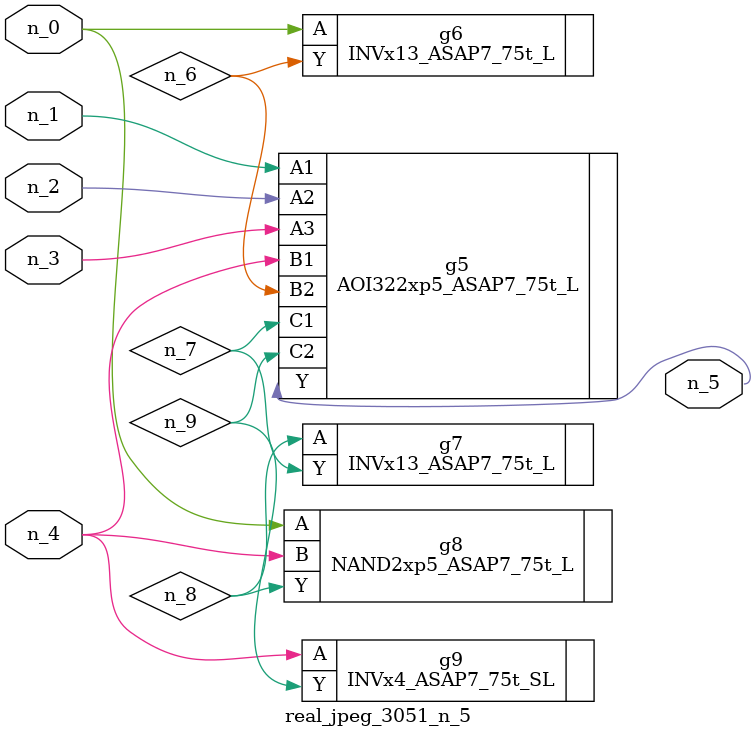
<source format=v>
module real_jpeg_3051_n_5 (n_4, n_0, n_1, n_2, n_3, n_5);

input n_4;
input n_0;
input n_1;
input n_2;
input n_3;

output n_5;

wire n_8;
wire n_6;
wire n_7;
wire n_9;

INVx13_ASAP7_75t_L g6 ( 
.A(n_0),
.Y(n_6)
);

NAND2xp5_ASAP7_75t_L g8 ( 
.A(n_0),
.B(n_4),
.Y(n_8)
);

AOI322xp5_ASAP7_75t_L g5 ( 
.A1(n_1),
.A2(n_2),
.A3(n_3),
.B1(n_4),
.B2(n_6),
.C1(n_7),
.C2(n_9),
.Y(n_5)
);

INVx4_ASAP7_75t_SL g9 ( 
.A(n_4),
.Y(n_9)
);

INVx13_ASAP7_75t_L g7 ( 
.A(n_8),
.Y(n_7)
);


endmodule
</source>
